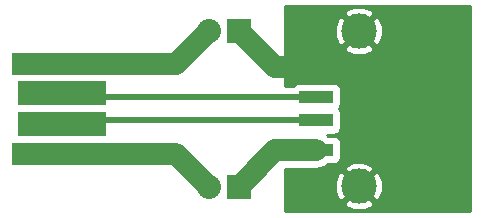
<source format=gtl>
G04 #@! TF.FileFunction,Copper,L1,Top,Signal*
%FSLAX46Y46*%
G04 Gerber Fmt 4.6, Leading zero omitted, Abs format (unit mm)*
G04 Created by KiCad (PCBNEW 4.0.1-2.fc23-product) date Tue 19 Jan 2016 10:13:06 PM CET*
%MOMM*%
G01*
G04 APERTURE LIST*
%ADD10C,0.100000*%
%ADD11R,2.032000X2.032000*%
%ADD12O,2.032000X2.032000*%
%ADD13R,8.000000X1.900000*%
%ADD14R,7.500000X2.000000*%
%ADD15C,3.000000*%
%ADD16R,2.880000X1.120000*%
%ADD17C,1.900000*%
%ADD18C,0.500000*%
%ADD19C,0.254000*%
G04 APERTURE END LIST*
D10*
D11*
X180340000Y-100076000D03*
D12*
X177800000Y-100076000D03*
D11*
X180340000Y-113284000D03*
D12*
X177800000Y-113284000D03*
D13*
X165104000Y-110490000D03*
X165104000Y-102870000D03*
D14*
X165354000Y-105380000D03*
X165354000Y-107980000D03*
D15*
X190500000Y-113250000D03*
X190500000Y-100110000D03*
D16*
X186920000Y-110180000D03*
X186920000Y-107680000D03*
X186920000Y-105680000D03*
X186920000Y-103180000D03*
D17*
X186920000Y-103180000D02*
X183444000Y-103180000D01*
X183444000Y-103180000D02*
X180340000Y-100076000D01*
X165104000Y-102870000D02*
X175006000Y-102870000D01*
X175006000Y-102870000D02*
X177800000Y-100076000D01*
X186920000Y-110180000D02*
X183444000Y-110180000D01*
X183444000Y-110180000D02*
X180340000Y-113284000D01*
X165104000Y-110490000D02*
X175006000Y-110490000D01*
X175006000Y-110490000D02*
X177800000Y-113284000D01*
D18*
X186920000Y-105680000D02*
X165654000Y-105680000D01*
X165654000Y-105680000D02*
X165354000Y-105380000D01*
X186920000Y-107680000D02*
X165654000Y-107680000D01*
X165654000Y-107680000D02*
X165354000Y-107980000D01*
D19*
G36*
X199950000Y-115368000D02*
X184277000Y-115368000D01*
X184277000Y-114705077D01*
X189224529Y-114705077D01*
X189390259Y-114993493D01*
X190141939Y-115285457D01*
X190948130Y-115267541D01*
X191609741Y-114993493D01*
X191775471Y-114705077D01*
X190500000Y-113429605D01*
X189224529Y-114705077D01*
X184277000Y-114705077D01*
X184277000Y-112891939D01*
X188464543Y-112891939D01*
X188482459Y-113698130D01*
X188756507Y-114359741D01*
X189044923Y-114525471D01*
X190320395Y-113250000D01*
X190679605Y-113250000D01*
X191955077Y-114525471D01*
X192243493Y-114359741D01*
X192535457Y-113608061D01*
X192517541Y-112801870D01*
X192243493Y-112140259D01*
X191955077Y-111974529D01*
X190679605Y-113250000D01*
X190320395Y-113250000D01*
X189044923Y-111974529D01*
X188756507Y-112140259D01*
X188464543Y-112891939D01*
X184277000Y-112891939D01*
X184277000Y-111794923D01*
X189224529Y-111794923D01*
X190500000Y-113070395D01*
X191775471Y-111794923D01*
X191609741Y-111506507D01*
X190858061Y-111214543D01*
X190051870Y-111232459D01*
X189390259Y-111506507D01*
X189224529Y-111794923D01*
X184277000Y-111794923D01*
X184277000Y-111765000D01*
X186920000Y-111765000D01*
X187526553Y-111644349D01*
X187911044Y-111387440D01*
X188360000Y-111387440D01*
X188595317Y-111343162D01*
X188811441Y-111204090D01*
X188956431Y-110991890D01*
X189007440Y-110740000D01*
X189007440Y-109620000D01*
X188963162Y-109384683D01*
X188824090Y-109168559D01*
X188611890Y-109023569D01*
X188360000Y-108972560D01*
X187911044Y-108972560D01*
X187783653Y-108887440D01*
X188360000Y-108887440D01*
X188595317Y-108843162D01*
X188811441Y-108704090D01*
X188956431Y-108491890D01*
X189007440Y-108240000D01*
X189007440Y-107120000D01*
X188963162Y-106884683D01*
X188829730Y-106677323D01*
X188956431Y-106491890D01*
X189007440Y-106240000D01*
X189007440Y-105120000D01*
X188963162Y-104884683D01*
X188824090Y-104668559D01*
X188611890Y-104523569D01*
X188360000Y-104472560D01*
X185480000Y-104472560D01*
X185244683Y-104516838D01*
X185028559Y-104655910D01*
X184933523Y-104795000D01*
X184277000Y-104795000D01*
X184277000Y-101565077D01*
X189224529Y-101565077D01*
X189390259Y-101853493D01*
X190141939Y-102145457D01*
X190948130Y-102127541D01*
X191609741Y-101853493D01*
X191775471Y-101565077D01*
X190500000Y-100289605D01*
X189224529Y-101565077D01*
X184277000Y-101565077D01*
X184277000Y-99751939D01*
X188464543Y-99751939D01*
X188482459Y-100558130D01*
X188756507Y-101219741D01*
X189044923Y-101385471D01*
X190320395Y-100110000D01*
X190679605Y-100110000D01*
X191955077Y-101385471D01*
X192243493Y-101219741D01*
X192535457Y-100468061D01*
X192517541Y-99661870D01*
X192243493Y-99000259D01*
X191955077Y-98834529D01*
X190679605Y-100110000D01*
X190320395Y-100110000D01*
X189044923Y-98834529D01*
X188756507Y-99000259D01*
X188464543Y-99751939D01*
X184277000Y-99751939D01*
X184277000Y-98654923D01*
X189224529Y-98654923D01*
X190500000Y-99930395D01*
X191775471Y-98654923D01*
X191609741Y-98366507D01*
X190858061Y-98074543D01*
X190051870Y-98092459D01*
X189390259Y-98366507D01*
X189224529Y-98654923D01*
X184277000Y-98654923D01*
X184277000Y-97992000D01*
X199950000Y-97992000D01*
X199950000Y-115368000D01*
X199950000Y-115368000D01*
G37*
X199950000Y-115368000D02*
X184277000Y-115368000D01*
X184277000Y-114705077D01*
X189224529Y-114705077D01*
X189390259Y-114993493D01*
X190141939Y-115285457D01*
X190948130Y-115267541D01*
X191609741Y-114993493D01*
X191775471Y-114705077D01*
X190500000Y-113429605D01*
X189224529Y-114705077D01*
X184277000Y-114705077D01*
X184277000Y-112891939D01*
X188464543Y-112891939D01*
X188482459Y-113698130D01*
X188756507Y-114359741D01*
X189044923Y-114525471D01*
X190320395Y-113250000D01*
X190679605Y-113250000D01*
X191955077Y-114525471D01*
X192243493Y-114359741D01*
X192535457Y-113608061D01*
X192517541Y-112801870D01*
X192243493Y-112140259D01*
X191955077Y-111974529D01*
X190679605Y-113250000D01*
X190320395Y-113250000D01*
X189044923Y-111974529D01*
X188756507Y-112140259D01*
X188464543Y-112891939D01*
X184277000Y-112891939D01*
X184277000Y-111794923D01*
X189224529Y-111794923D01*
X190500000Y-113070395D01*
X191775471Y-111794923D01*
X191609741Y-111506507D01*
X190858061Y-111214543D01*
X190051870Y-111232459D01*
X189390259Y-111506507D01*
X189224529Y-111794923D01*
X184277000Y-111794923D01*
X184277000Y-111765000D01*
X186920000Y-111765000D01*
X187526553Y-111644349D01*
X187911044Y-111387440D01*
X188360000Y-111387440D01*
X188595317Y-111343162D01*
X188811441Y-111204090D01*
X188956431Y-110991890D01*
X189007440Y-110740000D01*
X189007440Y-109620000D01*
X188963162Y-109384683D01*
X188824090Y-109168559D01*
X188611890Y-109023569D01*
X188360000Y-108972560D01*
X187911044Y-108972560D01*
X187783653Y-108887440D01*
X188360000Y-108887440D01*
X188595317Y-108843162D01*
X188811441Y-108704090D01*
X188956431Y-108491890D01*
X189007440Y-108240000D01*
X189007440Y-107120000D01*
X188963162Y-106884683D01*
X188829730Y-106677323D01*
X188956431Y-106491890D01*
X189007440Y-106240000D01*
X189007440Y-105120000D01*
X188963162Y-104884683D01*
X188824090Y-104668559D01*
X188611890Y-104523569D01*
X188360000Y-104472560D01*
X185480000Y-104472560D01*
X185244683Y-104516838D01*
X185028559Y-104655910D01*
X184933523Y-104795000D01*
X184277000Y-104795000D01*
X184277000Y-101565077D01*
X189224529Y-101565077D01*
X189390259Y-101853493D01*
X190141939Y-102145457D01*
X190948130Y-102127541D01*
X191609741Y-101853493D01*
X191775471Y-101565077D01*
X190500000Y-100289605D01*
X189224529Y-101565077D01*
X184277000Y-101565077D01*
X184277000Y-99751939D01*
X188464543Y-99751939D01*
X188482459Y-100558130D01*
X188756507Y-101219741D01*
X189044923Y-101385471D01*
X190320395Y-100110000D01*
X190679605Y-100110000D01*
X191955077Y-101385471D01*
X192243493Y-101219741D01*
X192535457Y-100468061D01*
X192517541Y-99661870D01*
X192243493Y-99000259D01*
X191955077Y-98834529D01*
X190679605Y-100110000D01*
X190320395Y-100110000D01*
X189044923Y-98834529D01*
X188756507Y-99000259D01*
X188464543Y-99751939D01*
X184277000Y-99751939D01*
X184277000Y-98654923D01*
X189224529Y-98654923D01*
X190500000Y-99930395D01*
X191775471Y-98654923D01*
X191609741Y-98366507D01*
X190858061Y-98074543D01*
X190051870Y-98092459D01*
X189390259Y-98366507D01*
X189224529Y-98654923D01*
X184277000Y-98654923D01*
X184277000Y-97992000D01*
X199950000Y-97992000D01*
X199950000Y-115368000D01*
M02*

</source>
